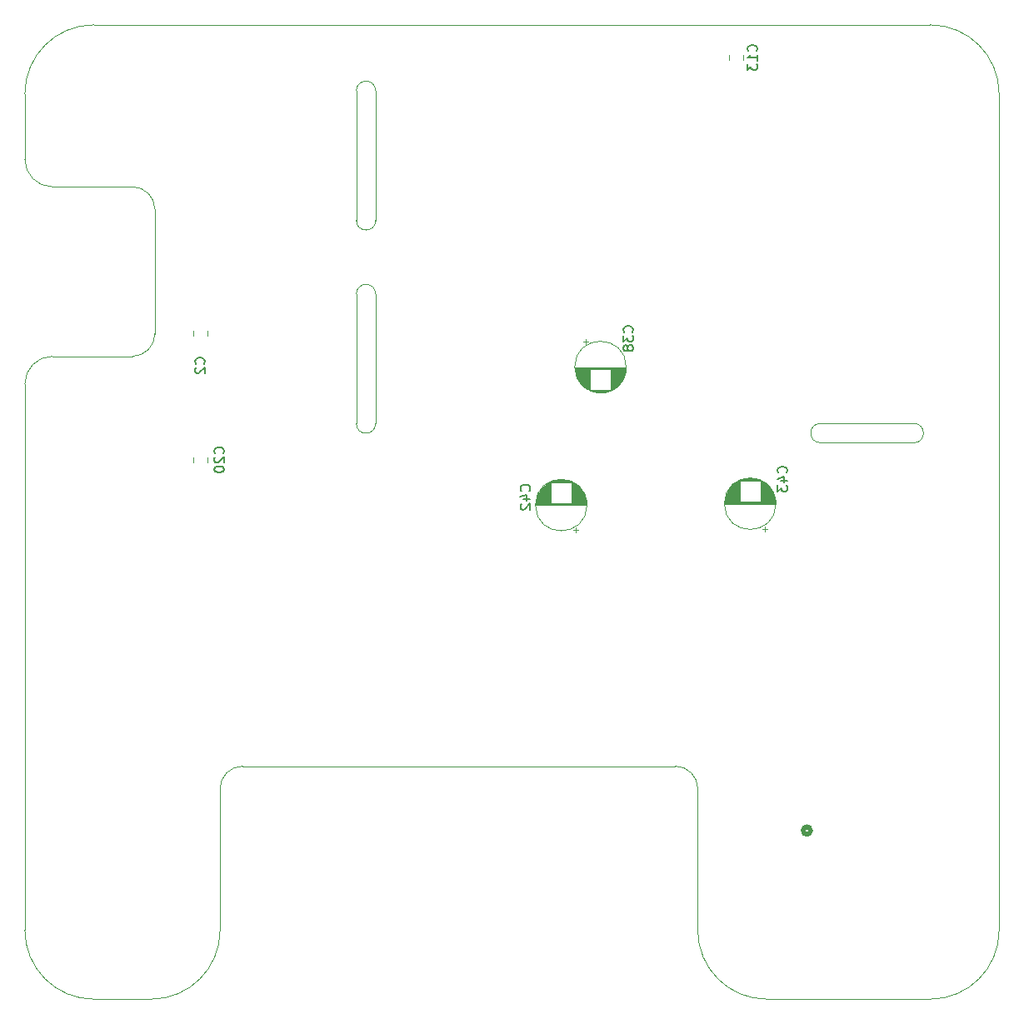
<source format=gbo>
G04 #@! TF.GenerationSoftware,KiCad,Pcbnew,7.0.7+dfsg-1*
G04 #@! TF.CreationDate,2024-09-08T18:24:33+02:00*
G04 #@! TF.ProjectId,evo-cube-sensor,65766f2d-6375-4626-952d-73656e736f72,rev?*
G04 #@! TF.SameCoordinates,Original*
G04 #@! TF.FileFunction,Legend,Bot*
G04 #@! TF.FilePolarity,Positive*
%FSLAX46Y46*%
G04 Gerber Fmt 4.6, Leading zero omitted, Abs format (unit mm)*
G04 Created by KiCad (PCBNEW 7.0.7+dfsg-1) date 2024-09-08 18:24:33*
%MOMM*%
%LPD*%
G01*
G04 APERTURE LIST*
%ADD10C,0.150000*%
%ADD11C,0.508000*%
%ADD12C,0.120000*%
G04 #@! TA.AperFunction,Profile*
%ADD13C,0.100000*%
G04 #@! TD*
G04 APERTURE END LIST*
D10*
X107982980Y-35247342D02*
X108030600Y-35199723D01*
X108030600Y-35199723D02*
X108078219Y-35056866D01*
X108078219Y-35056866D02*
X108078219Y-34961628D01*
X108078219Y-34961628D02*
X108030600Y-34818771D01*
X108030600Y-34818771D02*
X107935361Y-34723533D01*
X107935361Y-34723533D02*
X107840123Y-34675914D01*
X107840123Y-34675914D02*
X107649647Y-34628295D01*
X107649647Y-34628295D02*
X107506790Y-34628295D01*
X107506790Y-34628295D02*
X107316314Y-34675914D01*
X107316314Y-34675914D02*
X107221076Y-34723533D01*
X107221076Y-34723533D02*
X107125838Y-34818771D01*
X107125838Y-34818771D02*
X107078219Y-34961628D01*
X107078219Y-34961628D02*
X107078219Y-35056866D01*
X107078219Y-35056866D02*
X107125838Y-35199723D01*
X107125838Y-35199723D02*
X107173457Y-35247342D01*
X108078219Y-36199723D02*
X108078219Y-35628295D01*
X108078219Y-35914009D02*
X107078219Y-35914009D01*
X107078219Y-35914009D02*
X107221076Y-35818771D01*
X107221076Y-35818771D02*
X107316314Y-35723533D01*
X107316314Y-35723533D02*
X107363933Y-35628295D01*
X107078219Y-36533057D02*
X107078219Y-37152104D01*
X107078219Y-37152104D02*
X107459171Y-36818771D01*
X107459171Y-36818771D02*
X107459171Y-36961628D01*
X107459171Y-36961628D02*
X107506790Y-37056866D01*
X107506790Y-37056866D02*
X107554409Y-37104485D01*
X107554409Y-37104485D02*
X107649647Y-37152104D01*
X107649647Y-37152104D02*
X107887742Y-37152104D01*
X107887742Y-37152104D02*
X107982980Y-37104485D01*
X107982980Y-37104485D02*
X108030600Y-37056866D01*
X108030600Y-37056866D02*
X108078219Y-36961628D01*
X108078219Y-36961628D02*
X108078219Y-36675914D01*
X108078219Y-36675914D02*
X108030600Y-36580676D01*
X108030600Y-36580676D02*
X107982980Y-36533057D01*
X95380980Y-63796942D02*
X95428600Y-63749323D01*
X95428600Y-63749323D02*
X95476219Y-63606466D01*
X95476219Y-63606466D02*
X95476219Y-63511228D01*
X95476219Y-63511228D02*
X95428600Y-63368371D01*
X95428600Y-63368371D02*
X95333361Y-63273133D01*
X95333361Y-63273133D02*
X95238123Y-63225514D01*
X95238123Y-63225514D02*
X95047647Y-63177895D01*
X95047647Y-63177895D02*
X94904790Y-63177895D01*
X94904790Y-63177895D02*
X94714314Y-63225514D01*
X94714314Y-63225514D02*
X94619076Y-63273133D01*
X94619076Y-63273133D02*
X94523838Y-63368371D01*
X94523838Y-63368371D02*
X94476219Y-63511228D01*
X94476219Y-63511228D02*
X94476219Y-63606466D01*
X94476219Y-63606466D02*
X94523838Y-63749323D01*
X94523838Y-63749323D02*
X94571457Y-63796942D01*
X94476219Y-64130276D02*
X94476219Y-64749323D01*
X94476219Y-64749323D02*
X94857171Y-64415990D01*
X94857171Y-64415990D02*
X94857171Y-64558847D01*
X94857171Y-64558847D02*
X94904790Y-64654085D01*
X94904790Y-64654085D02*
X94952409Y-64701704D01*
X94952409Y-64701704D02*
X95047647Y-64749323D01*
X95047647Y-64749323D02*
X95285742Y-64749323D01*
X95285742Y-64749323D02*
X95380980Y-64701704D01*
X95380980Y-64701704D02*
X95428600Y-64654085D01*
X95428600Y-64654085D02*
X95476219Y-64558847D01*
X95476219Y-64558847D02*
X95476219Y-64273133D01*
X95476219Y-64273133D02*
X95428600Y-64177895D01*
X95428600Y-64177895D02*
X95380980Y-64130276D01*
X94904790Y-65320752D02*
X94857171Y-65225514D01*
X94857171Y-65225514D02*
X94809552Y-65177895D01*
X94809552Y-65177895D02*
X94714314Y-65130276D01*
X94714314Y-65130276D02*
X94666695Y-65130276D01*
X94666695Y-65130276D02*
X94571457Y-65177895D01*
X94571457Y-65177895D02*
X94523838Y-65225514D01*
X94523838Y-65225514D02*
X94476219Y-65320752D01*
X94476219Y-65320752D02*
X94476219Y-65511228D01*
X94476219Y-65511228D02*
X94523838Y-65606466D01*
X94523838Y-65606466D02*
X94571457Y-65654085D01*
X94571457Y-65654085D02*
X94666695Y-65701704D01*
X94666695Y-65701704D02*
X94714314Y-65701704D01*
X94714314Y-65701704D02*
X94809552Y-65654085D01*
X94809552Y-65654085D02*
X94857171Y-65606466D01*
X94857171Y-65606466D02*
X94904790Y-65511228D01*
X94904790Y-65511228D02*
X94904790Y-65320752D01*
X94904790Y-65320752D02*
X94952409Y-65225514D01*
X94952409Y-65225514D02*
X95000028Y-65177895D01*
X95000028Y-65177895D02*
X95095266Y-65130276D01*
X95095266Y-65130276D02*
X95285742Y-65130276D01*
X95285742Y-65130276D02*
X95380980Y-65177895D01*
X95380980Y-65177895D02*
X95428600Y-65225514D01*
X95428600Y-65225514D02*
X95476219Y-65320752D01*
X95476219Y-65320752D02*
X95476219Y-65511228D01*
X95476219Y-65511228D02*
X95428600Y-65606466D01*
X95428600Y-65606466D02*
X95380980Y-65654085D01*
X95380980Y-65654085D02*
X95285742Y-65701704D01*
X95285742Y-65701704D02*
X95095266Y-65701704D01*
X95095266Y-65701704D02*
X95000028Y-65654085D01*
X95000028Y-65654085D02*
X94952409Y-65606466D01*
X94952409Y-65606466D02*
X94904790Y-65511228D01*
X53811380Y-76112042D02*
X53859000Y-76064423D01*
X53859000Y-76064423D02*
X53906619Y-75921566D01*
X53906619Y-75921566D02*
X53906619Y-75826328D01*
X53906619Y-75826328D02*
X53859000Y-75683471D01*
X53859000Y-75683471D02*
X53763761Y-75588233D01*
X53763761Y-75588233D02*
X53668523Y-75540614D01*
X53668523Y-75540614D02*
X53478047Y-75492995D01*
X53478047Y-75492995D02*
X53335190Y-75492995D01*
X53335190Y-75492995D02*
X53144714Y-75540614D01*
X53144714Y-75540614D02*
X53049476Y-75588233D01*
X53049476Y-75588233D02*
X52954238Y-75683471D01*
X52954238Y-75683471D02*
X52906619Y-75826328D01*
X52906619Y-75826328D02*
X52906619Y-75921566D01*
X52906619Y-75921566D02*
X52954238Y-76064423D01*
X52954238Y-76064423D02*
X53001857Y-76112042D01*
X53001857Y-76492995D02*
X52954238Y-76540614D01*
X52954238Y-76540614D02*
X52906619Y-76635852D01*
X52906619Y-76635852D02*
X52906619Y-76873947D01*
X52906619Y-76873947D02*
X52954238Y-76969185D01*
X52954238Y-76969185D02*
X53001857Y-77016804D01*
X53001857Y-77016804D02*
X53097095Y-77064423D01*
X53097095Y-77064423D02*
X53192333Y-77064423D01*
X53192333Y-77064423D02*
X53335190Y-77016804D01*
X53335190Y-77016804D02*
X53906619Y-76445376D01*
X53906619Y-76445376D02*
X53906619Y-77064423D01*
X52906619Y-77683471D02*
X52906619Y-77778709D01*
X52906619Y-77778709D02*
X52954238Y-77873947D01*
X52954238Y-77873947D02*
X53001857Y-77921566D01*
X53001857Y-77921566D02*
X53097095Y-77969185D01*
X53097095Y-77969185D02*
X53287571Y-78016804D01*
X53287571Y-78016804D02*
X53525666Y-78016804D01*
X53525666Y-78016804D02*
X53716142Y-77969185D01*
X53716142Y-77969185D02*
X53811380Y-77921566D01*
X53811380Y-77921566D02*
X53859000Y-77873947D01*
X53859000Y-77873947D02*
X53906619Y-77778709D01*
X53906619Y-77778709D02*
X53906619Y-77683471D01*
X53906619Y-77683471D02*
X53859000Y-77588233D01*
X53859000Y-77588233D02*
X53811380Y-77540614D01*
X53811380Y-77540614D02*
X53716142Y-77492995D01*
X53716142Y-77492995D02*
X53525666Y-77445376D01*
X53525666Y-77445376D02*
X53287571Y-77445376D01*
X53287571Y-77445376D02*
X53097095Y-77492995D01*
X53097095Y-77492995D02*
X53001857Y-77540614D01*
X53001857Y-77540614D02*
X52954238Y-77588233D01*
X52954238Y-77588233D02*
X52906619Y-77683471D01*
X51870780Y-67012433D02*
X51918400Y-66964814D01*
X51918400Y-66964814D02*
X51966019Y-66821957D01*
X51966019Y-66821957D02*
X51966019Y-66726719D01*
X51966019Y-66726719D02*
X51918400Y-66583862D01*
X51918400Y-66583862D02*
X51823161Y-66488624D01*
X51823161Y-66488624D02*
X51727923Y-66441005D01*
X51727923Y-66441005D02*
X51537447Y-66393386D01*
X51537447Y-66393386D02*
X51394590Y-66393386D01*
X51394590Y-66393386D02*
X51204114Y-66441005D01*
X51204114Y-66441005D02*
X51108876Y-66488624D01*
X51108876Y-66488624D02*
X51013638Y-66583862D01*
X51013638Y-66583862D02*
X50966019Y-66726719D01*
X50966019Y-66726719D02*
X50966019Y-66821957D01*
X50966019Y-66821957D02*
X51013638Y-66964814D01*
X51013638Y-66964814D02*
X51061257Y-67012433D01*
X51061257Y-67393386D02*
X51013638Y-67441005D01*
X51013638Y-67441005D02*
X50966019Y-67536243D01*
X50966019Y-67536243D02*
X50966019Y-67774338D01*
X50966019Y-67774338D02*
X51013638Y-67869576D01*
X51013638Y-67869576D02*
X51061257Y-67917195D01*
X51061257Y-67917195D02*
X51156495Y-67964814D01*
X51156495Y-67964814D02*
X51251733Y-67964814D01*
X51251733Y-67964814D02*
X51394590Y-67917195D01*
X51394590Y-67917195D02*
X51966019Y-67345767D01*
X51966019Y-67345767D02*
X51966019Y-67964814D01*
X111052780Y-78071742D02*
X111100400Y-78024123D01*
X111100400Y-78024123D02*
X111148019Y-77881266D01*
X111148019Y-77881266D02*
X111148019Y-77786028D01*
X111148019Y-77786028D02*
X111100400Y-77643171D01*
X111100400Y-77643171D02*
X111005161Y-77547933D01*
X111005161Y-77547933D02*
X110909923Y-77500314D01*
X110909923Y-77500314D02*
X110719447Y-77452695D01*
X110719447Y-77452695D02*
X110576590Y-77452695D01*
X110576590Y-77452695D02*
X110386114Y-77500314D01*
X110386114Y-77500314D02*
X110290876Y-77547933D01*
X110290876Y-77547933D02*
X110195638Y-77643171D01*
X110195638Y-77643171D02*
X110148019Y-77786028D01*
X110148019Y-77786028D02*
X110148019Y-77881266D01*
X110148019Y-77881266D02*
X110195638Y-78024123D01*
X110195638Y-78024123D02*
X110243257Y-78071742D01*
X110481352Y-78928885D02*
X111148019Y-78928885D01*
X110100400Y-78690790D02*
X110814685Y-78452695D01*
X110814685Y-78452695D02*
X110814685Y-79071742D01*
X110148019Y-79357457D02*
X110148019Y-79976504D01*
X110148019Y-79976504D02*
X110528971Y-79643171D01*
X110528971Y-79643171D02*
X110528971Y-79786028D01*
X110528971Y-79786028D02*
X110576590Y-79881266D01*
X110576590Y-79881266D02*
X110624209Y-79928885D01*
X110624209Y-79928885D02*
X110719447Y-79976504D01*
X110719447Y-79976504D02*
X110957542Y-79976504D01*
X110957542Y-79976504D02*
X111052780Y-79928885D01*
X111052780Y-79928885D02*
X111100400Y-79881266D01*
X111100400Y-79881266D02*
X111148019Y-79786028D01*
X111148019Y-79786028D02*
X111148019Y-79500314D01*
X111148019Y-79500314D02*
X111100400Y-79405076D01*
X111100400Y-79405076D02*
X111052780Y-79357457D01*
X84916180Y-79925942D02*
X84963800Y-79878323D01*
X84963800Y-79878323D02*
X85011419Y-79735466D01*
X85011419Y-79735466D02*
X85011419Y-79640228D01*
X85011419Y-79640228D02*
X84963800Y-79497371D01*
X84963800Y-79497371D02*
X84868561Y-79402133D01*
X84868561Y-79402133D02*
X84773323Y-79354514D01*
X84773323Y-79354514D02*
X84582847Y-79306895D01*
X84582847Y-79306895D02*
X84439990Y-79306895D01*
X84439990Y-79306895D02*
X84249514Y-79354514D01*
X84249514Y-79354514D02*
X84154276Y-79402133D01*
X84154276Y-79402133D02*
X84059038Y-79497371D01*
X84059038Y-79497371D02*
X84011419Y-79640228D01*
X84011419Y-79640228D02*
X84011419Y-79735466D01*
X84011419Y-79735466D02*
X84059038Y-79878323D01*
X84059038Y-79878323D02*
X84106657Y-79925942D01*
X84344752Y-80783085D02*
X85011419Y-80783085D01*
X83963800Y-80544990D02*
X84678085Y-80306895D01*
X84678085Y-80306895D02*
X84678085Y-80925942D01*
X84106657Y-81259276D02*
X84059038Y-81306895D01*
X84059038Y-81306895D02*
X84011419Y-81402133D01*
X84011419Y-81402133D02*
X84011419Y-81640228D01*
X84011419Y-81640228D02*
X84059038Y-81735466D01*
X84059038Y-81735466D02*
X84106657Y-81783085D01*
X84106657Y-81783085D02*
X84201895Y-81830704D01*
X84201895Y-81830704D02*
X84297133Y-81830704D01*
X84297133Y-81830704D02*
X84439990Y-81783085D01*
X84439990Y-81783085D02*
X85011419Y-81211657D01*
X85011419Y-81211657D02*
X85011419Y-81830704D01*
D11*
X113501800Y-114439700D02*
G75*
G03*
X113501800Y-114439700I-381000J0D01*
G01*
D12*
X105208400Y-36151452D02*
X105208400Y-35628948D01*
X106678400Y-36151452D02*
X106678400Y-35628948D01*
X90676200Y-64536025D02*
X90676200Y-65036025D01*
X90426200Y-64786025D02*
X90926200Y-64786025D01*
X89571200Y-67340800D02*
X94731200Y-67340800D01*
X89571200Y-67380800D02*
X94731200Y-67380800D01*
X89572200Y-67420800D02*
X94730200Y-67420800D01*
X89573200Y-67460800D02*
X94729200Y-67460800D01*
X89575200Y-67500800D02*
X94727200Y-67500800D01*
X89578200Y-67540800D02*
X94724200Y-67540800D01*
X93191200Y-67580800D02*
X94720200Y-67580800D01*
X89582200Y-67580800D02*
X91111200Y-67580800D01*
X93191200Y-67620800D02*
X94716200Y-67620800D01*
X89586200Y-67620800D02*
X91111200Y-67620800D01*
X93191200Y-67660800D02*
X94712200Y-67660800D01*
X89590200Y-67660800D02*
X91111200Y-67660800D01*
X93191200Y-67700800D02*
X94707200Y-67700800D01*
X89595200Y-67700800D02*
X91111200Y-67700800D01*
X93191200Y-67740800D02*
X94701200Y-67740800D01*
X89601200Y-67740800D02*
X91111200Y-67740800D01*
X93191200Y-67780800D02*
X94694200Y-67780800D01*
X89608200Y-67780800D02*
X91111200Y-67780800D01*
X93191200Y-67820800D02*
X94687200Y-67820800D01*
X89615200Y-67820800D02*
X91111200Y-67820800D01*
X93191200Y-67860800D02*
X94679200Y-67860800D01*
X89623200Y-67860800D02*
X91111200Y-67860800D01*
X93191200Y-67900800D02*
X94671200Y-67900800D01*
X89631200Y-67900800D02*
X91111200Y-67900800D01*
X93191200Y-67940800D02*
X94662200Y-67940800D01*
X89640200Y-67940800D02*
X91111200Y-67940800D01*
X93191200Y-67980800D02*
X94652200Y-67980800D01*
X89650200Y-67980800D02*
X91111200Y-67980800D01*
X93191200Y-68020800D02*
X94642200Y-68020800D01*
X89660200Y-68020800D02*
X91111200Y-68020800D01*
X93191200Y-68061800D02*
X94631200Y-68061800D01*
X89671200Y-68061800D02*
X91111200Y-68061800D01*
X93191200Y-68101800D02*
X94619200Y-68101800D01*
X89683200Y-68101800D02*
X91111200Y-68101800D01*
X93191200Y-68141800D02*
X94606200Y-68141800D01*
X89696200Y-68141800D02*
X91111200Y-68141800D01*
X93191200Y-68181800D02*
X94593200Y-68181800D01*
X89709200Y-68181800D02*
X91111200Y-68181800D01*
X93191200Y-68221800D02*
X94579200Y-68221800D01*
X89723200Y-68221800D02*
X91111200Y-68221800D01*
X93191200Y-68261800D02*
X94565200Y-68261800D01*
X89737200Y-68261800D02*
X91111200Y-68261800D01*
X93191200Y-68301800D02*
X94549200Y-68301800D01*
X89753200Y-68301800D02*
X91111200Y-68301800D01*
X93191200Y-68341800D02*
X94533200Y-68341800D01*
X89769200Y-68341800D02*
X91111200Y-68341800D01*
X93191200Y-68381800D02*
X94516200Y-68381800D01*
X89786200Y-68381800D02*
X91111200Y-68381800D01*
X93191200Y-68421800D02*
X94499200Y-68421800D01*
X89803200Y-68421800D02*
X91111200Y-68421800D01*
X93191200Y-68461800D02*
X94480200Y-68461800D01*
X89822200Y-68461800D02*
X91111200Y-68461800D01*
X93191200Y-68501800D02*
X94461200Y-68501800D01*
X89841200Y-68501800D02*
X91111200Y-68501800D01*
X93191200Y-68541800D02*
X94441200Y-68541800D01*
X89861200Y-68541800D02*
X91111200Y-68541800D01*
X93191200Y-68581800D02*
X94419200Y-68581800D01*
X89883200Y-68581800D02*
X91111200Y-68581800D01*
X93191200Y-68621800D02*
X94398200Y-68621800D01*
X89904200Y-68621800D02*
X91111200Y-68621800D01*
X93191200Y-68661800D02*
X94375200Y-68661800D01*
X89927200Y-68661800D02*
X91111200Y-68661800D01*
X93191200Y-68701800D02*
X94351200Y-68701800D01*
X89951200Y-68701800D02*
X91111200Y-68701800D01*
X93191200Y-68741800D02*
X94326200Y-68741800D01*
X89976200Y-68741800D02*
X91111200Y-68741800D01*
X93191200Y-68781800D02*
X94300200Y-68781800D01*
X90002200Y-68781800D02*
X91111200Y-68781800D01*
X93191200Y-68821800D02*
X94273200Y-68821800D01*
X90029200Y-68821800D02*
X91111200Y-68821800D01*
X93191200Y-68861800D02*
X94246200Y-68861800D01*
X90056200Y-68861800D02*
X91111200Y-68861800D01*
X93191200Y-68901800D02*
X94216200Y-68901800D01*
X90086200Y-68901800D02*
X91111200Y-68901800D01*
X93191200Y-68941800D02*
X94186200Y-68941800D01*
X90116200Y-68941800D02*
X91111200Y-68941800D01*
X93191200Y-68981800D02*
X94155200Y-68981800D01*
X90147200Y-68981800D02*
X91111200Y-68981800D01*
X93191200Y-69021800D02*
X94122200Y-69021800D01*
X90180200Y-69021800D02*
X91111200Y-69021800D01*
X93191200Y-69061800D02*
X94088200Y-69061800D01*
X90214200Y-69061800D02*
X91111200Y-69061800D01*
X93191200Y-69101800D02*
X94052200Y-69101800D01*
X90250200Y-69101800D02*
X91111200Y-69101800D01*
X93191200Y-69141800D02*
X94015200Y-69141800D01*
X90287200Y-69141800D02*
X91111200Y-69141800D01*
X93191200Y-69181800D02*
X93977200Y-69181800D01*
X90325200Y-69181800D02*
X91111200Y-69181800D01*
X93191200Y-69221800D02*
X93936200Y-69221800D01*
X90366200Y-69221800D02*
X91111200Y-69221800D01*
X93191200Y-69261800D02*
X93894200Y-69261800D01*
X90408200Y-69261800D02*
X91111200Y-69261800D01*
X93191200Y-69301800D02*
X93850200Y-69301800D01*
X90452200Y-69301800D02*
X91111200Y-69301800D01*
X93191200Y-69341800D02*
X93804200Y-69341800D01*
X90498200Y-69341800D02*
X91111200Y-69341800D01*
X93191200Y-69381800D02*
X93756200Y-69381800D01*
X90546200Y-69381800D02*
X91111200Y-69381800D01*
X93191200Y-69421800D02*
X93705200Y-69421800D01*
X90597200Y-69421800D02*
X91111200Y-69421800D01*
X93191200Y-69461800D02*
X93651200Y-69461800D01*
X90651200Y-69461800D02*
X91111200Y-69461800D01*
X93191200Y-69501800D02*
X93594200Y-69501800D01*
X90708200Y-69501800D02*
X91111200Y-69501800D01*
X93191200Y-69541800D02*
X93534200Y-69541800D01*
X90768200Y-69541800D02*
X91111200Y-69541800D01*
X93191200Y-69581800D02*
X93470200Y-69581800D01*
X90832200Y-69581800D02*
X91111200Y-69581800D01*
X93191200Y-69621800D02*
X93402200Y-69621800D01*
X90900200Y-69621800D02*
X91111200Y-69621800D01*
X90973200Y-69661800D02*
X93329200Y-69661800D01*
X91053200Y-69701800D02*
X93249200Y-69701800D01*
X91140200Y-69741800D02*
X93162200Y-69741800D01*
X91236200Y-69781800D02*
X93066200Y-69781800D01*
X91346200Y-69821800D02*
X92956200Y-69821800D01*
X91474200Y-69861800D02*
X92828200Y-69861800D01*
X91633200Y-69901800D02*
X92669200Y-69901800D01*
X91867200Y-69941800D02*
X92435200Y-69941800D01*
X94771200Y-67340800D02*
G75*
G03*
X94771200Y-67340800I-2620000J0D01*
G01*
X52220800Y-76493648D02*
X52220800Y-77016152D01*
X50750800Y-76493648D02*
X50750800Y-77016152D01*
X50776200Y-64167652D02*
X50776200Y-63645148D01*
X52246200Y-64167652D02*
X52246200Y-63645148D01*
X108840800Y-84028575D02*
X108840800Y-83528575D01*
X109090800Y-83778575D02*
X108590800Y-83778575D01*
X109945800Y-81223800D02*
X104785800Y-81223800D01*
X109945800Y-81183800D02*
X104785800Y-81183800D01*
X109944800Y-81143800D02*
X104786800Y-81143800D01*
X109943800Y-81103800D02*
X104787800Y-81103800D01*
X109941800Y-81063800D02*
X104789800Y-81063800D01*
X109938800Y-81023800D02*
X104792800Y-81023800D01*
X106325800Y-80983800D02*
X104796800Y-80983800D01*
X109934800Y-80983800D02*
X108405800Y-80983800D01*
X106325800Y-80943800D02*
X104800800Y-80943800D01*
X109930800Y-80943800D02*
X108405800Y-80943800D01*
X106325800Y-80903800D02*
X104804800Y-80903800D01*
X109926800Y-80903800D02*
X108405800Y-80903800D01*
X106325800Y-80863800D02*
X104809800Y-80863800D01*
X109921800Y-80863800D02*
X108405800Y-80863800D01*
X106325800Y-80823800D02*
X104815800Y-80823800D01*
X109915800Y-80823800D02*
X108405800Y-80823800D01*
X106325800Y-80783800D02*
X104822800Y-80783800D01*
X109908800Y-80783800D02*
X108405800Y-80783800D01*
X106325800Y-80743800D02*
X104829800Y-80743800D01*
X109901800Y-80743800D02*
X108405800Y-80743800D01*
X106325800Y-80703800D02*
X104837800Y-80703800D01*
X109893800Y-80703800D02*
X108405800Y-80703800D01*
X106325800Y-80663800D02*
X104845800Y-80663800D01*
X109885800Y-80663800D02*
X108405800Y-80663800D01*
X106325800Y-80623800D02*
X104854800Y-80623800D01*
X109876800Y-80623800D02*
X108405800Y-80623800D01*
X106325800Y-80583800D02*
X104864800Y-80583800D01*
X109866800Y-80583800D02*
X108405800Y-80583800D01*
X106325800Y-80543800D02*
X104874800Y-80543800D01*
X109856800Y-80543800D02*
X108405800Y-80543800D01*
X106325800Y-80502800D02*
X104885800Y-80502800D01*
X109845800Y-80502800D02*
X108405800Y-80502800D01*
X106325800Y-80462800D02*
X104897800Y-80462800D01*
X109833800Y-80462800D02*
X108405800Y-80462800D01*
X106325800Y-80422800D02*
X104910800Y-80422800D01*
X109820800Y-80422800D02*
X108405800Y-80422800D01*
X106325800Y-80382800D02*
X104923800Y-80382800D01*
X109807800Y-80382800D02*
X108405800Y-80382800D01*
X106325800Y-80342800D02*
X104937800Y-80342800D01*
X109793800Y-80342800D02*
X108405800Y-80342800D01*
X106325800Y-80302800D02*
X104951800Y-80302800D01*
X109779800Y-80302800D02*
X108405800Y-80302800D01*
X106325800Y-80262800D02*
X104967800Y-80262800D01*
X109763800Y-80262800D02*
X108405800Y-80262800D01*
X106325800Y-80222800D02*
X104983800Y-80222800D01*
X109747800Y-80222800D02*
X108405800Y-80222800D01*
X106325800Y-80182800D02*
X105000800Y-80182800D01*
X109730800Y-80182800D02*
X108405800Y-80182800D01*
X106325800Y-80142800D02*
X105017800Y-80142800D01*
X109713800Y-80142800D02*
X108405800Y-80142800D01*
X106325800Y-80102800D02*
X105036800Y-80102800D01*
X109694800Y-80102800D02*
X108405800Y-80102800D01*
X106325800Y-80062800D02*
X105055800Y-80062800D01*
X109675800Y-80062800D02*
X108405800Y-80062800D01*
X106325800Y-80022800D02*
X105075800Y-80022800D01*
X109655800Y-80022800D02*
X108405800Y-80022800D01*
X106325800Y-79982800D02*
X105097800Y-79982800D01*
X109633800Y-79982800D02*
X108405800Y-79982800D01*
X106325800Y-79942800D02*
X105118800Y-79942800D01*
X109612800Y-79942800D02*
X108405800Y-79942800D01*
X106325800Y-79902800D02*
X105141800Y-79902800D01*
X109589800Y-79902800D02*
X108405800Y-79902800D01*
X106325800Y-79862800D02*
X105165800Y-79862800D01*
X109565800Y-79862800D02*
X108405800Y-79862800D01*
X106325800Y-79822800D02*
X105190800Y-79822800D01*
X109540800Y-79822800D02*
X108405800Y-79822800D01*
X106325800Y-79782800D02*
X105216800Y-79782800D01*
X109514800Y-79782800D02*
X108405800Y-79782800D01*
X106325800Y-79742800D02*
X105243800Y-79742800D01*
X109487800Y-79742800D02*
X108405800Y-79742800D01*
X106325800Y-79702800D02*
X105270800Y-79702800D01*
X109460800Y-79702800D02*
X108405800Y-79702800D01*
X106325800Y-79662800D02*
X105300800Y-79662800D01*
X109430800Y-79662800D02*
X108405800Y-79662800D01*
X106325800Y-79622800D02*
X105330800Y-79622800D01*
X109400800Y-79622800D02*
X108405800Y-79622800D01*
X106325800Y-79582800D02*
X105361800Y-79582800D01*
X109369800Y-79582800D02*
X108405800Y-79582800D01*
X106325800Y-79542800D02*
X105394800Y-79542800D01*
X109336800Y-79542800D02*
X108405800Y-79542800D01*
X106325800Y-79502800D02*
X105428800Y-79502800D01*
X109302800Y-79502800D02*
X108405800Y-79502800D01*
X106325800Y-79462800D02*
X105464800Y-79462800D01*
X109266800Y-79462800D02*
X108405800Y-79462800D01*
X106325800Y-79422800D02*
X105501800Y-79422800D01*
X109229800Y-79422800D02*
X108405800Y-79422800D01*
X106325800Y-79382800D02*
X105539800Y-79382800D01*
X109191800Y-79382800D02*
X108405800Y-79382800D01*
X106325800Y-79342800D02*
X105580800Y-79342800D01*
X109150800Y-79342800D02*
X108405800Y-79342800D01*
X106325800Y-79302800D02*
X105622800Y-79302800D01*
X109108800Y-79302800D02*
X108405800Y-79302800D01*
X106325800Y-79262800D02*
X105666800Y-79262800D01*
X109064800Y-79262800D02*
X108405800Y-79262800D01*
X106325800Y-79222800D02*
X105712800Y-79222800D01*
X109018800Y-79222800D02*
X108405800Y-79222800D01*
X106325800Y-79182800D02*
X105760800Y-79182800D01*
X108970800Y-79182800D02*
X108405800Y-79182800D01*
X106325800Y-79142800D02*
X105811800Y-79142800D01*
X108919800Y-79142800D02*
X108405800Y-79142800D01*
X106325800Y-79102800D02*
X105865800Y-79102800D01*
X108865800Y-79102800D02*
X108405800Y-79102800D01*
X106325800Y-79062800D02*
X105922800Y-79062800D01*
X108808800Y-79062800D02*
X108405800Y-79062800D01*
X106325800Y-79022800D02*
X105982800Y-79022800D01*
X108748800Y-79022800D02*
X108405800Y-79022800D01*
X106325800Y-78982800D02*
X106046800Y-78982800D01*
X108684800Y-78982800D02*
X108405800Y-78982800D01*
X106325800Y-78942800D02*
X106114800Y-78942800D01*
X108616800Y-78942800D02*
X108405800Y-78942800D01*
X108543800Y-78902800D02*
X106187800Y-78902800D01*
X108463800Y-78862800D02*
X106267800Y-78862800D01*
X108376800Y-78822800D02*
X106354800Y-78822800D01*
X108280800Y-78782800D02*
X106450800Y-78782800D01*
X108170800Y-78742800D02*
X106560800Y-78742800D01*
X108042800Y-78702800D02*
X106688800Y-78702800D01*
X107883800Y-78662800D02*
X106847800Y-78662800D01*
X107649800Y-78622800D02*
X107081800Y-78622800D01*
X109985800Y-81223800D02*
G75*
G03*
X109985800Y-81223800I-2620000J0D01*
G01*
X89638400Y-84166888D02*
X89638400Y-83666888D01*
X89888400Y-83916888D02*
X89388400Y-83916888D01*
X90743400Y-81362113D02*
X85583400Y-81362113D01*
X90743400Y-81322113D02*
X85583400Y-81322113D01*
X90742400Y-81282113D02*
X85584400Y-81282113D01*
X90741400Y-81242113D02*
X85585400Y-81242113D01*
X90739400Y-81202113D02*
X85587400Y-81202113D01*
X90736400Y-81162113D02*
X85590400Y-81162113D01*
X87123400Y-81122113D02*
X85594400Y-81122113D01*
X90732400Y-81122113D02*
X89203400Y-81122113D01*
X87123400Y-81082113D02*
X85598400Y-81082113D01*
X90728400Y-81082113D02*
X89203400Y-81082113D01*
X87123400Y-81042113D02*
X85602400Y-81042113D01*
X90724400Y-81042113D02*
X89203400Y-81042113D01*
X87123400Y-81002113D02*
X85607400Y-81002113D01*
X90719400Y-81002113D02*
X89203400Y-81002113D01*
X87123400Y-80962113D02*
X85613400Y-80962113D01*
X90713400Y-80962113D02*
X89203400Y-80962113D01*
X87123400Y-80922113D02*
X85620400Y-80922113D01*
X90706400Y-80922113D02*
X89203400Y-80922113D01*
X87123400Y-80882113D02*
X85627400Y-80882113D01*
X90699400Y-80882113D02*
X89203400Y-80882113D01*
X87123400Y-80842113D02*
X85635400Y-80842113D01*
X90691400Y-80842113D02*
X89203400Y-80842113D01*
X87123400Y-80802113D02*
X85643400Y-80802113D01*
X90683400Y-80802113D02*
X89203400Y-80802113D01*
X87123400Y-80762113D02*
X85652400Y-80762113D01*
X90674400Y-80762113D02*
X89203400Y-80762113D01*
X87123400Y-80722113D02*
X85662400Y-80722113D01*
X90664400Y-80722113D02*
X89203400Y-80722113D01*
X87123400Y-80682113D02*
X85672400Y-80682113D01*
X90654400Y-80682113D02*
X89203400Y-80682113D01*
X87123400Y-80641113D02*
X85683400Y-80641113D01*
X90643400Y-80641113D02*
X89203400Y-80641113D01*
X87123400Y-80601113D02*
X85695400Y-80601113D01*
X90631400Y-80601113D02*
X89203400Y-80601113D01*
X87123400Y-80561113D02*
X85708400Y-80561113D01*
X90618400Y-80561113D02*
X89203400Y-80561113D01*
X87123400Y-80521113D02*
X85721400Y-80521113D01*
X90605400Y-80521113D02*
X89203400Y-80521113D01*
X87123400Y-80481113D02*
X85735400Y-80481113D01*
X90591400Y-80481113D02*
X89203400Y-80481113D01*
X87123400Y-80441113D02*
X85749400Y-80441113D01*
X90577400Y-80441113D02*
X89203400Y-80441113D01*
X87123400Y-80401113D02*
X85765400Y-80401113D01*
X90561400Y-80401113D02*
X89203400Y-80401113D01*
X87123400Y-80361113D02*
X85781400Y-80361113D01*
X90545400Y-80361113D02*
X89203400Y-80361113D01*
X87123400Y-80321113D02*
X85798400Y-80321113D01*
X90528400Y-80321113D02*
X89203400Y-80321113D01*
X87123400Y-80281113D02*
X85815400Y-80281113D01*
X90511400Y-80281113D02*
X89203400Y-80281113D01*
X87123400Y-80241113D02*
X85834400Y-80241113D01*
X90492400Y-80241113D02*
X89203400Y-80241113D01*
X87123400Y-80201113D02*
X85853400Y-80201113D01*
X90473400Y-80201113D02*
X89203400Y-80201113D01*
X87123400Y-80161113D02*
X85873400Y-80161113D01*
X90453400Y-80161113D02*
X89203400Y-80161113D01*
X87123400Y-80121113D02*
X85895400Y-80121113D01*
X90431400Y-80121113D02*
X89203400Y-80121113D01*
X87123400Y-80081113D02*
X85916400Y-80081113D01*
X90410400Y-80081113D02*
X89203400Y-80081113D01*
X87123400Y-80041113D02*
X85939400Y-80041113D01*
X90387400Y-80041113D02*
X89203400Y-80041113D01*
X87123400Y-80001113D02*
X85963400Y-80001113D01*
X90363400Y-80001113D02*
X89203400Y-80001113D01*
X87123400Y-79961113D02*
X85988400Y-79961113D01*
X90338400Y-79961113D02*
X89203400Y-79961113D01*
X87123400Y-79921113D02*
X86014400Y-79921113D01*
X90312400Y-79921113D02*
X89203400Y-79921113D01*
X87123400Y-79881113D02*
X86041400Y-79881113D01*
X90285400Y-79881113D02*
X89203400Y-79881113D01*
X87123400Y-79841113D02*
X86068400Y-79841113D01*
X90258400Y-79841113D02*
X89203400Y-79841113D01*
X87123400Y-79801113D02*
X86098400Y-79801113D01*
X90228400Y-79801113D02*
X89203400Y-79801113D01*
X87123400Y-79761113D02*
X86128400Y-79761113D01*
X90198400Y-79761113D02*
X89203400Y-79761113D01*
X87123400Y-79721113D02*
X86159400Y-79721113D01*
X90167400Y-79721113D02*
X89203400Y-79721113D01*
X87123400Y-79681113D02*
X86192400Y-79681113D01*
X90134400Y-79681113D02*
X89203400Y-79681113D01*
X87123400Y-79641113D02*
X86226400Y-79641113D01*
X90100400Y-79641113D02*
X89203400Y-79641113D01*
X87123400Y-79601113D02*
X86262400Y-79601113D01*
X90064400Y-79601113D02*
X89203400Y-79601113D01*
X87123400Y-79561113D02*
X86299400Y-79561113D01*
X90027400Y-79561113D02*
X89203400Y-79561113D01*
X87123400Y-79521113D02*
X86337400Y-79521113D01*
X89989400Y-79521113D02*
X89203400Y-79521113D01*
X87123400Y-79481113D02*
X86378400Y-79481113D01*
X89948400Y-79481113D02*
X89203400Y-79481113D01*
X87123400Y-79441113D02*
X86420400Y-79441113D01*
X89906400Y-79441113D02*
X89203400Y-79441113D01*
X87123400Y-79401113D02*
X86464400Y-79401113D01*
X89862400Y-79401113D02*
X89203400Y-79401113D01*
X87123400Y-79361113D02*
X86510400Y-79361113D01*
X89816400Y-79361113D02*
X89203400Y-79361113D01*
X87123400Y-79321113D02*
X86558400Y-79321113D01*
X89768400Y-79321113D02*
X89203400Y-79321113D01*
X87123400Y-79281113D02*
X86609400Y-79281113D01*
X89717400Y-79281113D02*
X89203400Y-79281113D01*
X87123400Y-79241113D02*
X86663400Y-79241113D01*
X89663400Y-79241113D02*
X89203400Y-79241113D01*
X87123400Y-79201113D02*
X86720400Y-79201113D01*
X89606400Y-79201113D02*
X89203400Y-79201113D01*
X87123400Y-79161113D02*
X86780400Y-79161113D01*
X89546400Y-79161113D02*
X89203400Y-79161113D01*
X87123400Y-79121113D02*
X86844400Y-79121113D01*
X89482400Y-79121113D02*
X89203400Y-79121113D01*
X87123400Y-79081113D02*
X86912400Y-79081113D01*
X89414400Y-79081113D02*
X89203400Y-79081113D01*
X89341400Y-79041113D02*
X86985400Y-79041113D01*
X89261400Y-79001113D02*
X87065400Y-79001113D01*
X89174400Y-78961113D02*
X87152400Y-78961113D01*
X89078400Y-78921113D02*
X87248400Y-78921113D01*
X88968400Y-78881113D02*
X87358400Y-78881113D01*
X88840400Y-78841113D02*
X87486400Y-78841113D01*
X88681400Y-78801113D02*
X87645400Y-78801113D01*
X88447400Y-78761113D02*
X87879400Y-78761113D01*
X90783400Y-81362113D02*
G75*
G03*
X90783400Y-81362113I-2620000J0D01*
G01*
D13*
X114503200Y-73075800D02*
X124002800Y-73075800D01*
X125664200Y-131569200D02*
G75*
G03*
X132664200Y-124569200I0J7000000D01*
G01*
X46500453Y-131569203D02*
G75*
G03*
X53500453Y-124569200I-3J7000003D01*
G01*
X33670200Y-46233544D02*
X33664200Y-39569200D01*
X33664200Y-124569200D02*
G75*
G03*
X40664200Y-131569200I7000000J0D01*
G01*
X67348843Y-73089243D02*
G75*
G03*
X69303157Y-73089243I977157J0D01*
G01*
X55786453Y-107899153D02*
G75*
G03*
X53500453Y-110185200I47J-2286047D01*
G01*
X125664200Y-32569200D02*
X40664200Y-32569200D01*
X99756200Y-107899200D02*
X55786453Y-107899200D01*
X102042200Y-110185200D02*
G75*
G03*
X99756200Y-107899200I-2286000J0D01*
G01*
X46878200Y-51313544D02*
X46878200Y-63957200D01*
X53500453Y-110185200D02*
X53500453Y-124569200D01*
X46878156Y-51313544D02*
G75*
G03*
X44592200Y-49027544I-2285956J44D01*
G01*
X69303157Y-59918600D02*
G75*
G03*
X67348843Y-59918600I-977157J0D01*
G01*
X44592200Y-66243200D02*
X36464200Y-66243200D01*
X44592200Y-66243200D02*
G75*
G03*
X46878200Y-63957200I0J2286000D01*
G01*
X44592200Y-49027544D02*
X36464200Y-49027544D01*
X102042200Y-110185200D02*
X102042200Y-124569200D01*
X36464200Y-66243200D02*
G75*
G03*
X33670200Y-69037200I0J-2794000D01*
G01*
X114503200Y-73075886D02*
G75*
G03*
X114503200Y-75030114I0J-977114D01*
G01*
X109042200Y-131569200D02*
X125664200Y-131569200D01*
X124002800Y-75030114D02*
X114503200Y-75030114D01*
X67348843Y-73089243D02*
X67348843Y-59918600D01*
X67348843Y-52439043D02*
G75*
G03*
X69303157Y-52439043I977157J0D01*
G01*
X69303157Y-39268400D02*
X69303157Y-52439043D01*
X33670200Y-69037200D02*
X33670200Y-124569200D01*
X124002800Y-75030200D02*
G75*
G03*
X124002800Y-73075800I0J977200D01*
G01*
X40664200Y-32569200D02*
G75*
G03*
X33664200Y-39569200I0J-7000000D01*
G01*
X67348843Y-39268400D02*
X67348843Y-52439043D01*
X69303157Y-59918600D02*
X69303157Y-73089243D01*
X132664200Y-39569200D02*
G75*
G03*
X125664200Y-32569200I-7000000J0D01*
G01*
X33670156Y-46233544D02*
G75*
G03*
X36464200Y-49027544I2794044J44D01*
G01*
X69303157Y-39268400D02*
G75*
G03*
X67348843Y-39268400I-977157J0D01*
G01*
X40664200Y-131569200D02*
X46500453Y-131569200D01*
X102042200Y-124569200D02*
G75*
G03*
X109042200Y-131569200I7000000J0D01*
G01*
X132664200Y-124569200D02*
X132664200Y-39569200D01*
M02*

</source>
